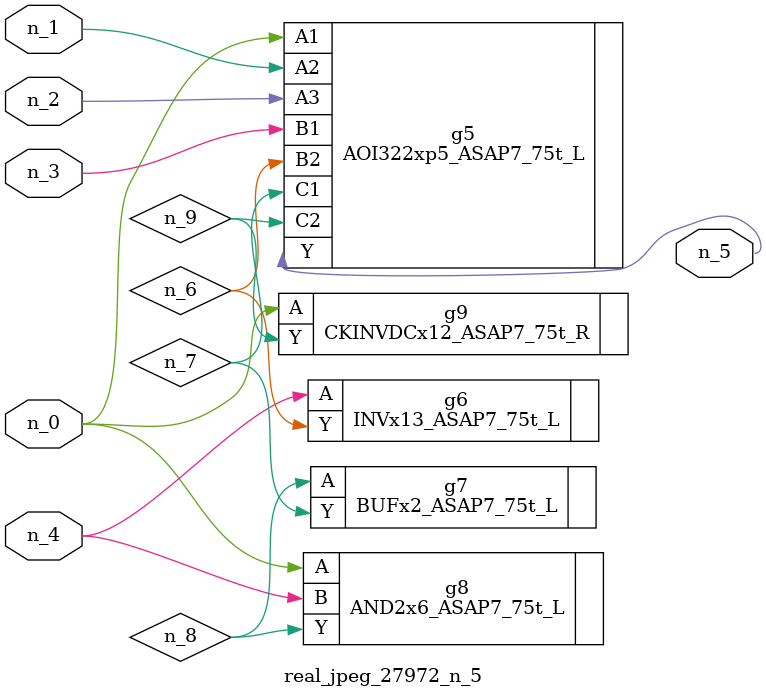
<source format=v>
module real_jpeg_27972_n_5 (n_4, n_0, n_1, n_2, n_3, n_5);

input n_4;
input n_0;
input n_1;
input n_2;
input n_3;

output n_5;

wire n_8;
wire n_6;
wire n_7;
wire n_9;

AOI322xp5_ASAP7_75t_L g5 ( 
.A1(n_0),
.A2(n_1),
.A3(n_2),
.B1(n_3),
.B2(n_6),
.C1(n_7),
.C2(n_9),
.Y(n_5)
);

AND2x6_ASAP7_75t_L g8 ( 
.A(n_0),
.B(n_4),
.Y(n_8)
);

CKINVDCx12_ASAP7_75t_R g9 ( 
.A(n_0),
.Y(n_9)
);

INVx13_ASAP7_75t_L g6 ( 
.A(n_4),
.Y(n_6)
);

BUFx2_ASAP7_75t_L g7 ( 
.A(n_8),
.Y(n_7)
);


endmodule
</source>
